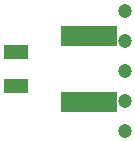
<source format=gbr>
%TF.GenerationSoftware,KiCad,Pcbnew,no-vcs-found-72d4889~60~ubuntu17.04.1*%
%TF.CreationDate,2017-10-28T15:15:39+11:00*%
%TF.ProjectId,capslock,636170736C6F636B2E6B696361645F70,1.00*%
%TF.SameCoordinates,PX60e4b00PY3bf3e68*%
%TF.FileFunction,Soldermask,Bot*%
%TF.FilePolarity,Negative*%
%FSLAX46Y46*%
G04 Gerber Fmt 4.6, Leading zero omitted, Abs format (unit mm)*
G04 Created by KiCad (PCBNEW no-vcs-found-72d4889~60~ubuntu17.04.1) date Sat Oct 28 15:15:39 2017*
%MOMM*%
%LPD*%
G01*
G04 APERTURE LIST*
%ADD10C,1.200000*%
%ADD11R,0.831800X1.797000*%
%ADD12R,2.100000X1.300000*%
G04 APERTURE END LIST*
D10*
%TO.C,GND*%
X10922000Y889000D03*
%TD*%
%TO.C,PGC*%
X10922000Y3429000D03*
%TD*%
%TO.C,PGD*%
X10922000Y5969000D03*
%TD*%
%TO.C,VPP*%
X10922000Y8509000D03*
%TD*%
%TO.C,VDD*%
X10922000Y11049000D03*
%TD*%
D11*
%TO.C,U1*%
X5943600Y8890000D03*
X6578600Y8890000D03*
X7239000Y8890000D03*
X7874000Y8890000D03*
X8534400Y8890000D03*
X9182100Y8890000D03*
X9829800Y8890000D03*
X9829800Y3302000D03*
X9182100Y3302000D03*
X8534400Y3302000D03*
X7874000Y3302000D03*
X7226300Y3302000D03*
X6578600Y3302000D03*
X5930900Y3302000D03*
%TD*%
D12*
%TO.C,R1*%
X1651000Y4646000D03*
X1651000Y7546000D03*
%TD*%
M02*

</source>
